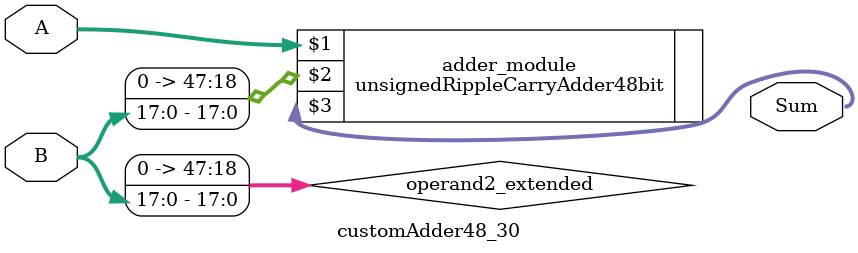
<source format=v>
module customAdder48_30(
                        input [47 : 0] A,
                        input [17 : 0] B,
                        
                        output [48 : 0] Sum
                );

        wire [47 : 0] operand2_extended;
        
        assign operand2_extended =  {30'b0, B};
        
        unsignedRippleCarryAdder48bit adder_module(
            A,
            operand2_extended,
            Sum
        );
        
        endmodule
        
</source>
